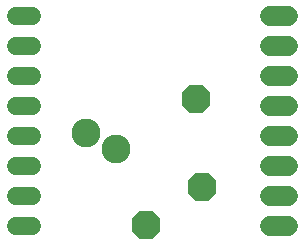
<source format=gbr>
G04 EAGLE Gerber X2 export*
G04 #@! %TF.Part,Single*
G04 #@! %TF.FileFunction,Soldermask,Top,1*
G04 #@! %TF.FilePolarity,Negative*
G04 #@! %TF.GenerationSoftware,Autodesk,EAGLE,9.0.0*
G04 #@! %TF.CreationDate,2019-08-08T19:06:15Z*
G75*
%MOMM*%
%FSLAX34Y34*%
%LPD*%
%AMOC8*
5,1,8,0,0,1.08239X$1,22.5*%
G01*
%ADD10P,2.653046X8X112.500000*%
%ADD11C,2.451100*%
%ADD12C,1.524000*%
%ADD13C,1.727200*%


D10*
X259588Y133604D03*
X264922Y58674D03*
X217932Y26162D03*
D11*
X192024Y90678D03*
X166878Y104648D03*
D12*
X120904Y203200D02*
X107696Y203200D01*
X107696Y177800D02*
X120904Y177800D01*
X120904Y152400D02*
X107696Y152400D01*
X107696Y127000D02*
X120904Y127000D01*
X120904Y101600D02*
X107696Y101600D01*
X107696Y76200D02*
X120904Y76200D01*
X120904Y50800D02*
X107696Y50800D01*
X107696Y25400D02*
X120904Y25400D01*
D13*
X322580Y25400D02*
X337820Y25400D01*
X337820Y50800D02*
X322580Y50800D01*
X322580Y76200D02*
X337820Y76200D01*
X337820Y101600D02*
X322580Y101600D01*
X322580Y127000D02*
X337820Y127000D01*
X337820Y152400D02*
X322580Y152400D01*
X322580Y177800D02*
X337820Y177800D01*
X337820Y203200D02*
X322580Y203200D01*
M02*

</source>
